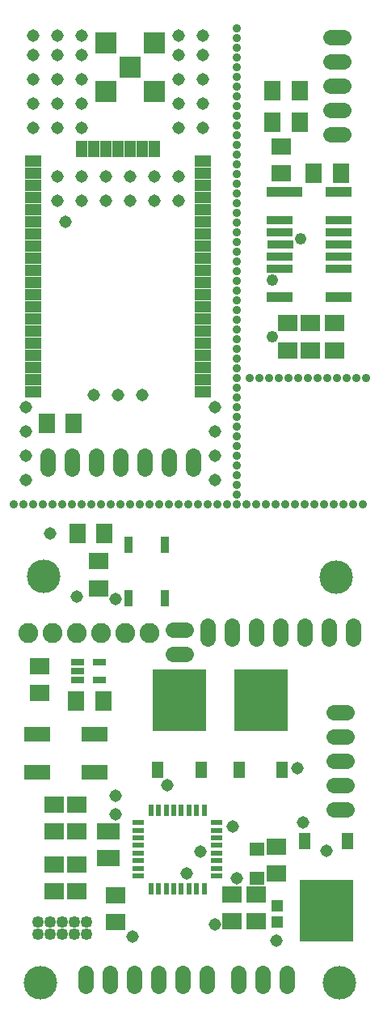
<source format=gts>
G75*
%MOIN*%
%OFA0B0*%
%FSLAX25Y25*%
%IPPOS*%
%LPD*%
%AMOC8*
5,1,8,0,0,1.08239X$1,22.5*
%
%ADD10C,0.03556*%
%ADD11R,0.07887X0.07099*%
%ADD12R,0.07099X0.07887*%
%ADD13C,0.06200*%
%ADD14R,0.09461X0.07099*%
%ADD15R,0.04737X0.05131*%
%ADD16R,0.07898X0.07099*%
%ADD17R,0.22060X0.25209*%
%ADD18R,0.04737X0.07099*%
%ADD19R,0.02257X0.04737*%
%ADD20R,0.04737X0.02257*%
%ADD21R,0.06787X0.04787*%
%ADD22R,0.04787X0.06787*%
%ADD23R,0.09099X0.09099*%
%ADD24R,0.08706X0.08706*%
%ADD25C,0.13800*%
%ADD26R,0.11036X0.03556*%
%ADD27R,0.11036X0.03950*%
%ADD28R,0.14973X0.03950*%
%ADD29R,0.07099X0.07898*%
%ADD30C,0.04934*%
%ADD31R,0.06312X0.05524*%
%ADD32R,0.03800X0.06800*%
%ADD33C,0.08200*%
%ADD34R,0.10643X0.06312*%
%ADD35R,0.05524X0.03162*%
%ADD36C,0.05156*%
%ADD37C,0.04800*%
D10*
X0022000Y0235000D03*
X0026000Y0235000D03*
X0030000Y0235000D03*
X0034000Y0235000D03*
X0038000Y0235000D03*
X0042000Y0235000D03*
X0046000Y0235000D03*
X0050000Y0235000D03*
X0054000Y0235000D03*
X0058000Y0235000D03*
X0062000Y0235000D03*
X0066000Y0235000D03*
X0070000Y0235000D03*
X0074000Y0235000D03*
X0078000Y0235000D03*
X0082000Y0235000D03*
X0086000Y0235000D03*
X0090000Y0235000D03*
X0094000Y0235000D03*
X0098000Y0235000D03*
X0102000Y0235000D03*
X0106000Y0235000D03*
X0110000Y0235000D03*
X0114000Y0235000D03*
X0114000Y0239000D03*
X0114000Y0243000D03*
X0114000Y0247000D03*
X0114000Y0251000D03*
X0114000Y0255000D03*
X0114000Y0259000D03*
X0114000Y0263000D03*
X0114000Y0267000D03*
X0114000Y0271000D03*
X0114000Y0275000D03*
X0114000Y0279000D03*
X0114000Y0283000D03*
X0114000Y0287000D03*
X0114000Y0291000D03*
X0114000Y0295000D03*
X0114000Y0299000D03*
X0114000Y0303000D03*
X0114000Y0307000D03*
X0114000Y0311000D03*
X0114000Y0315000D03*
X0114000Y0319000D03*
X0114000Y0323000D03*
X0114000Y0327000D03*
X0114000Y0331000D03*
X0114000Y0335000D03*
X0114000Y0339000D03*
X0114000Y0343000D03*
X0114000Y0347000D03*
X0114000Y0351000D03*
X0114000Y0355000D03*
X0114000Y0359000D03*
X0114000Y0363000D03*
X0114000Y0367000D03*
X0114000Y0371000D03*
X0114000Y0375000D03*
X0114000Y0379000D03*
X0114000Y0383000D03*
X0114000Y0387000D03*
X0114000Y0391000D03*
X0114000Y0395000D03*
X0114000Y0399000D03*
X0114000Y0403000D03*
X0114000Y0407000D03*
X0114000Y0411000D03*
X0114000Y0415000D03*
X0114000Y0419000D03*
X0114000Y0423000D03*
X0114000Y0427000D03*
X0114000Y0431000D03*
X0119500Y0287000D03*
X0123500Y0287000D03*
X0127500Y0287000D03*
X0131500Y0287000D03*
X0135500Y0287000D03*
X0139500Y0287000D03*
X0143500Y0287000D03*
X0147500Y0287000D03*
X0151500Y0287000D03*
X0155500Y0287000D03*
X0159500Y0287000D03*
X0163500Y0287000D03*
X0167500Y0287000D03*
X0166000Y0235000D03*
X0162000Y0235000D03*
X0158000Y0235000D03*
X0154000Y0235000D03*
X0150000Y0235000D03*
X0146000Y0235000D03*
X0142000Y0235000D03*
X0138000Y0235000D03*
X0134000Y0235000D03*
X0130000Y0235000D03*
X0126000Y0235000D03*
X0122000Y0235000D03*
X0118000Y0235000D03*
D11*
X0132500Y0371488D03*
X0132500Y0382512D03*
X0032992Y0168492D03*
X0032992Y0157469D03*
X0038750Y0111262D03*
X0038750Y0100238D03*
X0038750Y0086762D03*
X0038750Y0075738D03*
X0048000Y0075738D03*
X0048000Y0086762D03*
X0048000Y0100238D03*
X0048000Y0111262D03*
X0112250Y0074262D03*
X0112250Y0063238D03*
X0122000Y0063238D03*
X0122000Y0074262D03*
D12*
X0059512Y0223000D03*
X0048488Y0223000D03*
X0046762Y0268250D03*
X0035738Y0268250D03*
X0128988Y0405500D03*
X0140012Y0405500D03*
X0145988Y0371500D03*
X0157012Y0371500D03*
D13*
X0158200Y0387500D02*
X0152800Y0387500D01*
X0152800Y0397500D02*
X0158200Y0397500D01*
X0158200Y0407500D02*
X0152800Y0407500D01*
X0152800Y0417500D02*
X0158200Y0417500D01*
X0158200Y0427500D02*
X0152800Y0427500D01*
X0096000Y0255200D02*
X0096000Y0249800D01*
X0086000Y0249800D02*
X0086000Y0255200D01*
X0076000Y0255200D02*
X0076000Y0249800D01*
X0066000Y0249800D02*
X0066000Y0255200D01*
X0056000Y0255200D02*
X0056000Y0249800D01*
X0046000Y0249800D02*
X0046000Y0255200D01*
X0036000Y0255200D02*
X0036000Y0249800D01*
X0087800Y0183500D02*
X0093200Y0183500D01*
X0093200Y0173500D02*
X0087800Y0173500D01*
X0102000Y0179800D02*
X0102000Y0185200D01*
X0112000Y0185200D02*
X0112000Y0179800D01*
X0122000Y0179800D02*
X0122000Y0185200D01*
X0132000Y0185200D02*
X0132000Y0179800D01*
X0142000Y0179800D02*
X0142000Y0185200D01*
X0152000Y0185200D02*
X0152000Y0179800D01*
X0162000Y0179800D02*
X0162000Y0185200D01*
X0159450Y0149250D02*
X0154050Y0149250D01*
X0154050Y0139250D02*
X0159450Y0139250D01*
X0159450Y0129250D02*
X0154050Y0129250D01*
X0154050Y0119250D02*
X0159450Y0119250D01*
X0159450Y0109250D02*
X0154050Y0109250D01*
X0134750Y0042200D02*
X0134750Y0036800D01*
X0124750Y0036800D02*
X0124750Y0042200D01*
X0114750Y0042200D02*
X0114750Y0036800D01*
X0101750Y0036800D02*
X0101750Y0042200D01*
X0091750Y0042200D02*
X0091750Y0036800D01*
X0081750Y0036800D02*
X0081750Y0042200D01*
X0071750Y0042200D02*
X0071750Y0036800D01*
X0061750Y0036800D02*
X0061750Y0042200D01*
X0051750Y0042200D02*
X0051750Y0036800D01*
D14*
X0061000Y0089238D03*
X0061000Y0100262D03*
D15*
X0130750Y0069596D03*
X0130750Y0062904D03*
D16*
X0130500Y0082902D03*
X0130500Y0094098D03*
X0064250Y0074098D03*
X0064250Y0062902D03*
X0057000Y0200402D03*
X0057000Y0211598D03*
X0135000Y0298402D03*
X0135000Y0309598D03*
X0144500Y0309598D03*
X0144500Y0298402D03*
X0154500Y0298402D03*
X0154500Y0309598D03*
D17*
X0124000Y0154343D03*
X0090500Y0154343D03*
X0151000Y0067657D03*
D18*
X0142024Y0096398D03*
X0132976Y0125602D03*
X0115024Y0125602D03*
X0099476Y0125602D03*
X0081524Y0125602D03*
X0159976Y0096398D03*
D19*
X0100774Y0109142D03*
X0097624Y0109142D03*
X0094474Y0109142D03*
X0091325Y0109142D03*
X0088175Y0109142D03*
X0085026Y0109142D03*
X0081876Y0109142D03*
X0078726Y0109142D03*
X0078726Y0076858D03*
X0081876Y0076858D03*
X0085026Y0076858D03*
X0088175Y0076858D03*
X0091325Y0076858D03*
X0094474Y0076858D03*
X0097624Y0076858D03*
X0100774Y0076858D03*
D20*
X0105892Y0081976D03*
X0105892Y0085126D03*
X0105892Y0088276D03*
X0105892Y0091425D03*
X0105892Y0094575D03*
X0105892Y0097724D03*
X0105892Y0100874D03*
X0105892Y0104024D03*
X0073608Y0104024D03*
X0073608Y0100874D03*
X0073608Y0097724D03*
X0073608Y0094575D03*
X0073608Y0091425D03*
X0073608Y0088276D03*
X0073608Y0085126D03*
X0073608Y0081976D03*
D21*
X0100000Y0281500D03*
X0100000Y0286500D03*
X0100000Y0291500D03*
X0100000Y0296500D03*
X0100000Y0301500D03*
X0100000Y0306500D03*
X0100000Y0311500D03*
X0100000Y0316500D03*
X0100000Y0321500D03*
X0100000Y0326500D03*
X0100000Y0331500D03*
X0100000Y0336500D03*
X0100000Y0341500D03*
X0100000Y0346500D03*
X0100000Y0351500D03*
X0100000Y0356500D03*
X0100000Y0361500D03*
X0100000Y0366500D03*
X0100000Y0371500D03*
X0100000Y0376500D03*
X0030000Y0376500D03*
X0030000Y0371500D03*
X0030000Y0366500D03*
X0030000Y0361500D03*
X0030000Y0356500D03*
X0030000Y0351500D03*
X0030000Y0346500D03*
X0030000Y0341500D03*
X0030000Y0336500D03*
X0030000Y0331500D03*
X0030000Y0326500D03*
X0030000Y0321500D03*
X0030000Y0316500D03*
X0030000Y0311500D03*
X0030000Y0306500D03*
X0030000Y0301500D03*
X0030000Y0296500D03*
X0030000Y0291500D03*
X0030000Y0286500D03*
X0030000Y0281500D03*
D22*
X0050000Y0381500D03*
X0055000Y0381500D03*
X0060000Y0381500D03*
X0065000Y0381500D03*
X0070000Y0381500D03*
X0075000Y0381500D03*
X0080000Y0381500D03*
D23*
X0080000Y0405000D03*
X0080000Y0425000D03*
X0060000Y0425000D03*
X0060000Y0405000D03*
D24*
X0070000Y0415000D03*
D25*
X0033000Y0038000D03*
X0034500Y0205500D03*
X0155000Y0205000D03*
X0156500Y0038000D03*
D26*
X0156008Y0332079D03*
X0156008Y0337000D03*
X0156008Y0342000D03*
X0156008Y0347000D03*
X0156008Y0352000D03*
X0131992Y0352000D03*
X0131992Y0347000D03*
X0132031Y0342000D03*
X0131992Y0337000D03*
X0131992Y0332000D03*
D27*
X0131992Y0320346D03*
X0156008Y0320346D03*
X0156008Y0363654D03*
D28*
X0133961Y0363654D03*
D29*
X0128902Y0392500D03*
X0140098Y0392500D03*
X0059031Y0153913D03*
X0047835Y0153913D03*
D30*
X0047000Y0063000D03*
X0047000Y0058000D03*
X0042000Y0058000D03*
X0042000Y0063000D03*
X0037000Y0063000D03*
X0037000Y0058000D03*
X0032000Y0058000D03*
X0032000Y0063000D03*
X0052000Y0063000D03*
X0052000Y0058000D03*
D31*
X0122500Y0081094D03*
X0122500Y0092906D03*
D32*
X0084500Y0196500D03*
X0084500Y0218500D03*
X0069500Y0218500D03*
X0069500Y0196500D03*
D33*
X0068000Y0182000D03*
X0058000Y0182000D03*
X0048000Y0182000D03*
X0038000Y0182000D03*
X0028000Y0182000D03*
X0078000Y0182000D03*
D34*
X0055433Y0140354D03*
X0055433Y0124606D03*
X0031811Y0124606D03*
X0031811Y0140354D03*
D35*
X0048528Y0162697D03*
X0048528Y0166437D03*
X0048528Y0170177D03*
X0057583Y0170177D03*
X0057583Y0162697D03*
D36*
X0064000Y0196000D03*
X0048000Y0197000D03*
X0037000Y0223000D03*
X0027000Y0245000D03*
X0027000Y0255000D03*
X0027000Y0265000D03*
X0027000Y0275000D03*
X0055000Y0280000D03*
X0065000Y0280000D03*
X0075000Y0280000D03*
X0105000Y0275000D03*
X0105000Y0265000D03*
X0105000Y0255000D03*
X0105000Y0245000D03*
X0090000Y0360000D03*
X0090000Y0370000D03*
X0090000Y0390000D03*
X0090000Y0400000D03*
X0090000Y0410000D03*
X0090000Y0420000D03*
X0090000Y0428000D03*
X0100000Y0428000D03*
X0100000Y0420000D03*
X0100000Y0410000D03*
X0100000Y0400000D03*
X0100000Y0390000D03*
X0080000Y0370000D03*
X0080000Y0360000D03*
X0070000Y0360000D03*
X0070000Y0370000D03*
X0060000Y0370000D03*
X0060000Y0360000D03*
X0050000Y0360000D03*
X0050000Y0370000D03*
X0043500Y0351500D03*
X0040000Y0360000D03*
X0040000Y0370000D03*
X0040000Y0390000D03*
X0040000Y0400000D03*
X0040000Y0410000D03*
X0040000Y0420000D03*
X0040000Y0428000D03*
X0030000Y0428000D03*
X0030000Y0420000D03*
X0030000Y0410000D03*
X0030000Y0400000D03*
X0030000Y0390000D03*
X0050000Y0390000D03*
X0050000Y0400000D03*
X0050000Y0410000D03*
X0050000Y0420000D03*
X0050000Y0428000D03*
X0139000Y0126500D03*
X0141500Y0104000D03*
X0151000Y0092500D03*
X0130500Y0055500D03*
X0114000Y0081000D03*
X0105000Y0062000D03*
X0099000Y0092000D03*
X0093500Y0083000D03*
X0085500Y0119500D03*
X0064000Y0115000D03*
X0064000Y0107500D03*
X0071000Y0057000D03*
X0112500Y0102500D03*
D37*
X0128800Y0304000D03*
X0128800Y0327400D03*
X0140500Y0344500D03*
M02*

</source>
